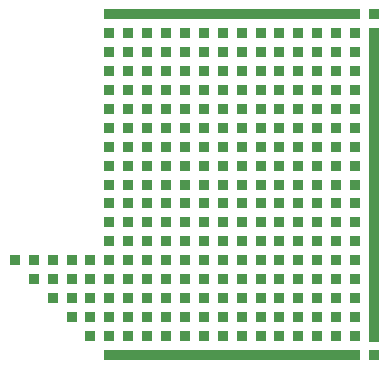
<source format=gbr>
%TF.GenerationSoftware,KiCad,Pcbnew,6.0.11+dfsg-1*%
%TF.CreationDate,2025-11-09T18:03:23+01:00*%
%TF.ProjectId,UNBProbeBase,554e4250-726f-4626-9542-6173652e6b69,0.2*%
%TF.SameCoordinates,Original*%
%TF.FileFunction,Paste,Top*%
%TF.FilePolarity,Positive*%
%FSLAX46Y46*%
G04 Gerber Fmt 4.6, Leading zero omitted, Abs format (unit mm)*
G04 Created by KiCad (PCBNEW 6.0.11+dfsg-1) date 2025-11-09 18:03:23*
%MOMM*%
%LPD*%
G01*
G04 APERTURE LIST*
%ADD10R,0.950000X0.950000*%
%ADD11R,21.750000X0.950000*%
%ADD12R,0.950000X26.550000*%
G04 APERTURE END LIST*
D10*
%TO.C,PG1*%
X228714000Y-94836000D03*
X228714000Y-107636000D03*
X225514000Y-91636000D03*
X222314000Y-98036000D03*
X217514000Y-109236000D03*
X223914000Y-86836000D03*
X217514000Y-93236000D03*
X233514000Y-91636000D03*
X211114000Y-110836000D03*
X225514000Y-112436000D03*
X219114000Y-91636000D03*
X228714000Y-93236000D03*
X215914000Y-101236000D03*
X231914000Y-93236000D03*
X220714000Y-109236000D03*
X217514000Y-99636000D03*
X227114000Y-109236000D03*
X230314000Y-101236000D03*
X225514000Y-101236000D03*
X225514000Y-88436000D03*
X220714000Y-112436000D03*
X222314000Y-102836000D03*
X215914000Y-91636000D03*
X223914000Y-93236000D03*
X225514000Y-102836000D03*
X231914000Y-112436000D03*
X231914000Y-109236000D03*
X231914000Y-91636000D03*
X233514000Y-96436000D03*
X217514000Y-104436000D03*
X222314000Y-112436000D03*
X230314000Y-98036000D03*
X230314000Y-90036000D03*
X214314000Y-109236000D03*
X230314000Y-94836000D03*
X223914000Y-106036000D03*
X219114000Y-110836000D03*
X220714000Y-102836000D03*
X231914000Y-99636000D03*
X223914000Y-104436000D03*
X222314000Y-86836000D03*
X231914000Y-110836000D03*
X212714000Y-110836000D03*
X215914000Y-90036000D03*
X212714000Y-107636000D03*
X230314000Y-106036000D03*
X230314000Y-110836000D03*
X233514000Y-93236000D03*
X215914000Y-104436000D03*
X217514000Y-102836000D03*
X230314000Y-99636000D03*
X227114000Y-88436000D03*
X220714000Y-86836000D03*
X235114000Y-86836000D03*
X233514000Y-106036000D03*
X228714000Y-90036000D03*
X230314000Y-104436000D03*
X230314000Y-88436000D03*
X225514000Y-110836000D03*
X235114000Y-106036000D03*
X217514000Y-110836000D03*
X217514000Y-90036000D03*
X231914000Y-101236000D03*
X219114000Y-93236000D03*
X231914000Y-104436000D03*
X225514000Y-99636000D03*
X225514000Y-104436000D03*
X233514000Y-90036000D03*
X228714000Y-109236000D03*
X228714000Y-88436000D03*
X227114000Y-90036000D03*
X220714000Y-90036000D03*
X211114000Y-107636000D03*
X233514000Y-109236000D03*
X212714000Y-106036000D03*
X215914000Y-109236000D03*
X233514000Y-88436000D03*
X225514000Y-98036000D03*
X227114000Y-91636000D03*
X220714000Y-91636000D03*
X228714000Y-91636000D03*
X233514000Y-107636000D03*
X235114000Y-104436000D03*
X235114000Y-96436000D03*
X235114000Y-88436000D03*
X225514000Y-96436000D03*
X214314000Y-106036000D03*
X235114000Y-91636000D03*
X214314000Y-107636000D03*
X231914000Y-94836000D03*
X231914000Y-86836000D03*
X217514000Y-88436000D03*
X223914000Y-98036000D03*
X222314000Y-106036000D03*
X231914000Y-107636000D03*
X219114000Y-98036000D03*
X223914000Y-96436000D03*
X209514000Y-106036000D03*
X223914000Y-112436000D03*
X235114000Y-93236000D03*
X235114000Y-99636000D03*
X225514000Y-94836000D03*
X215914000Y-93236000D03*
X231914000Y-102836000D03*
X219114000Y-90036000D03*
X223914000Y-88436000D03*
X227114000Y-96436000D03*
X228714000Y-106036000D03*
X223914000Y-90036000D03*
X233514000Y-102836000D03*
X227114000Y-104436000D03*
X222314000Y-110836000D03*
X227114000Y-112436000D03*
X223914000Y-109236000D03*
X227114000Y-106036000D03*
X231914000Y-88436000D03*
X223914000Y-101236000D03*
X219114000Y-101236000D03*
X219114000Y-94836000D03*
X235114000Y-94836000D03*
X219114000Y-106036000D03*
X219114000Y-102836000D03*
X215914000Y-102836000D03*
X217514000Y-94836000D03*
X217514000Y-96436000D03*
X235114000Y-90036000D03*
X219114000Y-112436000D03*
X220714000Y-104436000D03*
X231914000Y-106036000D03*
X228714000Y-86836000D03*
X225514000Y-93236000D03*
X217514000Y-91636000D03*
X228714000Y-112436000D03*
X223914000Y-107636000D03*
X231914000Y-98036000D03*
X209514000Y-109236000D03*
X222314000Y-90036000D03*
X235114000Y-109236000D03*
X219114000Y-107636000D03*
X230314000Y-96436000D03*
X211114000Y-109236000D03*
X220714000Y-106036000D03*
X220714000Y-93236000D03*
X227114000Y-110836000D03*
X209514000Y-107636000D03*
X223914000Y-94836000D03*
X231914000Y-90036000D03*
X215914000Y-88436000D03*
X235114000Y-102836000D03*
X233514000Y-86836000D03*
X236714000Y-114036000D03*
X215914000Y-110836000D03*
X222314000Y-101236000D03*
X223914000Y-102836000D03*
X233514000Y-112436000D03*
X227114000Y-98036000D03*
X222314000Y-91636000D03*
X236714000Y-85236000D03*
X231914000Y-96436000D03*
X219114000Y-96436000D03*
X230314000Y-109236000D03*
X227114000Y-99636000D03*
X212714000Y-109236000D03*
X230314000Y-91636000D03*
X219114000Y-86836000D03*
X222314000Y-96436000D03*
X230314000Y-93236000D03*
X233514000Y-101236000D03*
X217514000Y-112436000D03*
X211114000Y-106036000D03*
X219114000Y-88436000D03*
X235114000Y-107636000D03*
X223914000Y-99636000D03*
X222314000Y-94836000D03*
X215914000Y-107636000D03*
X228714000Y-110836000D03*
X233514000Y-104436000D03*
X235114000Y-112436000D03*
X228714000Y-104436000D03*
X212714000Y-112436000D03*
X217514000Y-98036000D03*
X230314000Y-112436000D03*
X206314000Y-106036000D03*
X215914000Y-106036000D03*
X235114000Y-101236000D03*
X233514000Y-94836000D03*
X220714000Y-94836000D03*
X230314000Y-107636000D03*
X235114000Y-110836000D03*
X215914000Y-96436000D03*
X217514000Y-106036000D03*
X228714000Y-96436000D03*
X233514000Y-98036000D03*
X219114000Y-109236000D03*
X214314000Y-112436000D03*
X215914000Y-86836000D03*
X220714000Y-98036000D03*
X227114000Y-86836000D03*
X207914000Y-106036000D03*
X227114000Y-94836000D03*
X225514000Y-86836000D03*
X220714000Y-107636000D03*
X225514000Y-109236000D03*
X228714000Y-102836000D03*
X220714000Y-96436000D03*
X228714000Y-99636000D03*
X222314000Y-104436000D03*
X230314000Y-86836000D03*
X227114000Y-102836000D03*
X228714000Y-98036000D03*
X217514000Y-107636000D03*
X215914000Y-99636000D03*
X220714000Y-88436000D03*
X219114000Y-104436000D03*
X227114000Y-101236000D03*
X220714000Y-99636000D03*
X225514000Y-90036000D03*
X215914000Y-98036000D03*
X223914000Y-91636000D03*
X219114000Y-99636000D03*
X222314000Y-107636000D03*
X233514000Y-99636000D03*
X222314000Y-109236000D03*
X235114000Y-98036000D03*
X230314000Y-102836000D03*
X227114000Y-93236000D03*
X223914000Y-110836000D03*
X222314000Y-99636000D03*
X217514000Y-101236000D03*
X220714000Y-101236000D03*
X222314000Y-88436000D03*
X215914000Y-94836000D03*
X222314000Y-93236000D03*
X233514000Y-110836000D03*
X227114000Y-107636000D03*
X228714000Y-101236000D03*
X215914000Y-112436000D03*
X220714000Y-110836000D03*
X217514000Y-86836000D03*
X207914000Y-107636000D03*
X225514000Y-107636000D03*
X214314000Y-110836000D03*
X225514000Y-106036000D03*
X214314000Y-104436000D03*
X214314000Y-102836000D03*
X214314000Y-101236000D03*
X214314000Y-99636000D03*
X214314000Y-98036000D03*
X214314000Y-96436000D03*
X214314000Y-94836000D03*
X214314000Y-93236000D03*
X214314000Y-91636000D03*
X214314000Y-90036000D03*
X214314000Y-88436000D03*
X214314000Y-86836000D03*
D11*
X224714000Y-85236000D03*
X224714000Y-114036000D03*
D12*
X236714000Y-99636000D03*
%TD*%
M02*

</source>
